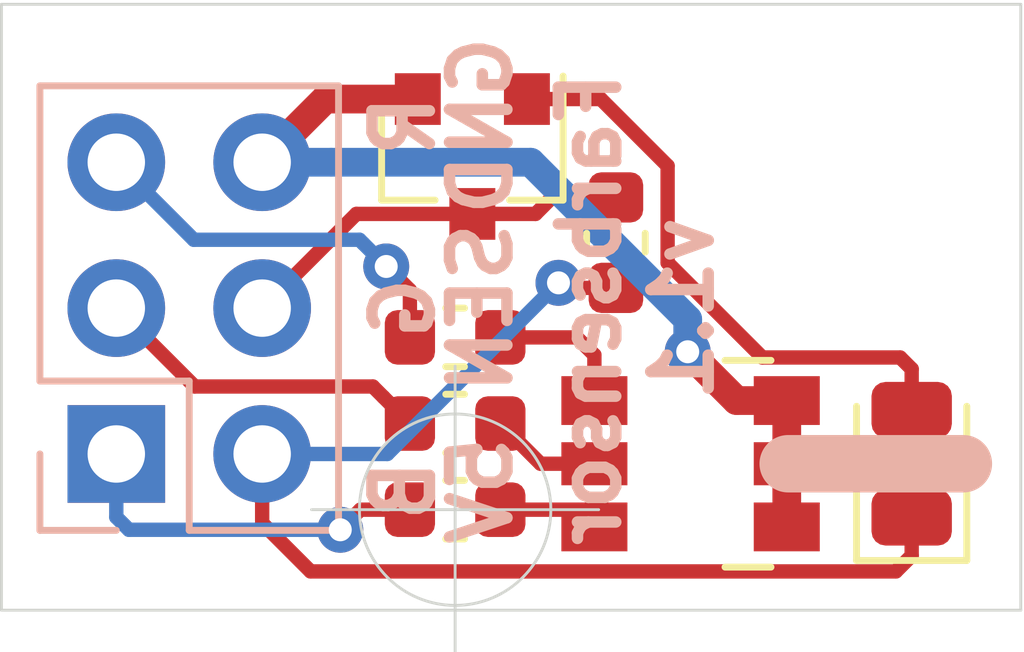
<source format=kicad_pcb>
(kicad_pcb (version 20171130) (host pcbnew 5.1.4-e60b266~84~ubuntu18.04.1)

  (general
    (thickness 1.6)
    (drawings 13)
    (tracks 59)
    (zones 0)
    (modules 9)
    (nets 11)
  )

  (page A4)
  (layers
    (0 F.Cu signal)
    (31 B.Cu signal)
    (32 B.Adhes user)
    (33 F.Adhes user)
    (34 B.Paste user hide)
    (35 F.Paste user hide)
    (36 B.SilkS user)
    (37 F.SilkS user)
    (38 B.Mask user)
    (39 F.Mask user)
    (40 Dwgs.User user hide)
    (41 Cmts.User user hide)
    (42 Eco1.User user hide)
    (43 Eco2.User user hide)
    (44 Edge.Cuts user)
    (45 Margin user hide)
    (46 B.CrtYd user hide)
    (47 F.CrtYd user hide)
    (48 B.Fab user hide)
    (49 F.Fab user hide)
  )

  (setup
    (last_trace_width 0.25)
    (user_trace_width 0.5)
    (trace_clearance 0.2)
    (zone_clearance 0.508)
    (zone_45_only no)
    (trace_min 0.2)
    (via_size 0.8)
    (via_drill 0.4)
    (via_min_size 0.4)
    (via_min_drill 0.3)
    (uvia_size 0.3)
    (uvia_drill 0.1)
    (uvias_allowed no)
    (uvia_min_size 0.2)
    (uvia_min_drill 0.1)
    (edge_width 0.05)
    (segment_width 0.2)
    (pcb_text_width 0.3)
    (pcb_text_size 1.5 1.5)
    (mod_edge_width 0.12)
    (mod_text_size 1 1)
    (mod_text_width 0.15)
    (pad_size 1.524 1.524)
    (pad_drill 0.762)
    (pad_to_mask_clearance 0.051)
    (solder_mask_min_width 0.25)
    (aux_axis_origin 0 0)
    (grid_origin 99 89.5)
    (visible_elements FFFFFF7F)
    (pcbplotparams
      (layerselection 0x010fc_ffffffff)
      (usegerberextensions false)
      (usegerberattributes false)
      (usegerberadvancedattributes true)
      (creategerberjobfile false)
      (excludeedgelayer false)
      (linewidth 0.150000)
      (plotframeref false)
      (viasonmask false)
      (mode 1)
      (useauxorigin false)
      (hpglpennumber 1)
      (hpglpenspeed 20)
      (hpglpendiameter 15.000000)
      (psnegative false)
      (psa4output false)
      (plotreference true)
      (plotvalue true)
      (plotinvisibletext false)
      (padsonsilk false)
      (subtractmaskfromsilk false)
      (outputformat 1)
      (mirror false)
      (drillshape 0)
      (scaleselection 1)
      (outputdirectory "plots/"))
  )

  (net 0 "")
  (net 1 +5V)
  (net 2 "Net-(D1-Pad2)")
  (net 3 GND)
  (net 4 /LED_B)
  (net 5 /LED_G)
  (net 6 /LED_R)
  (net 7 /SEN)
  (net 8 /R)
  (net 9 /G)
  (net 10 /B)

  (net_class Default "This is the default net class."
    (clearance 0.2)
    (trace_width 0.25)
    (via_dia 0.8)
    (via_drill 0.4)
    (uvia_dia 0.3)
    (uvia_drill 0.1)
    (add_net +5V)
    (add_net /B)
    (add_net /G)
    (add_net /LED_B)
    (add_net /LED_G)
    (add_net /LED_R)
    (add_net /R)
    (add_net /SEN)
    (add_net GND)
    (add_net "Net-(D1-Pad2)")
  )

  (module Bauteile:LED_NSSM124D_4.5x3.05mm (layer F.Cu) (tedit 5D7B5F46) (tstamp 5D5F00CA)
    (at 109 94.75 180)
    (path /5D5EDB66)
    (fp_text reference D2 (at -0.05 -0.1) (layer F.Fab)
      (effects (font (size 1 1) (thickness 0.15)))
    )
    (fp_text value NSSM124DT (at 0 -3.2) (layer F.Fab)
      (effects (font (size 1 1) (thickness 0.15)))
    )
    (fp_line (start 1.4 -1.5) (end -1.4 -1.5) (layer F.Fab) (width 0.12))
    (fp_line (start 1.4 1.5) (end 1.4 -1.5) (layer F.Fab) (width 0.12))
    (fp_line (start -1.4 1.5) (end 1.4 1.5) (layer F.Fab) (width 0.12))
    (fp_line (start -1.4 -1.5) (end -1.4 1.5) (layer F.Fab) (width 0.12))
    (fp_line (start -0.6 -1.8) (end -1.4 -1.8) (layer F.SilkS) (width 0.12))
    (fp_line (start -0.6 1.8) (end -1.4 1.8) (layer F.SilkS) (width 0.12))
    (pad 4 smd rect (at 1.675 1.1 180) (size 1.15 0.85) (layers F.Cu F.Paste F.Mask)
      (net 8 /R))
    (pad 3 smd rect (at -1.675 1.1 180) (size 1.15 0.85) (layers F.Cu F.Paste F.Mask)
      (net 3 GND))
    (pad 5 smd rect (at 1.675 0 180) (size 1.15 0.75) (layers F.Cu F.Paste F.Mask)
      (net 9 /G))
    (pad 2 smd rect (at -1.675 0 180) (size 1.15 0.75) (layers F.Cu F.Paste F.Mask)
      (net 3 GND))
    (pad 6 smd rect (at 1.675 -1.1 180) (size 1.15 0.85) (layers F.Cu F.Paste F.Mask)
      (net 10 /B))
    (pad 1 smd rect (at -1.675 -1.1 180) (size 1.15 0.85) (layers F.Cu F.Paste F.Mask)
      (net 3 GND))
  )

  (module MountingHole:MountingHole_3.2mm_M3_DIN965 (layer F.Cu) (tedit 56D1B4CB) (tstamp 5D5F20A3)
    (at 111.75 89.75)
    (descr "Mounting Hole 3.2mm, no annular, M3, DIN965")
    (tags "mounting hole 3.2mm no annular m3 din965")
    (path /5D613DF0)
    (attr virtual)
    (fp_text reference H1 (at 0 -3.8) (layer F.SilkS) hide
      (effects (font (size 1 1) (thickness 0.15)))
    )
    (fp_text value MountingHole (at 0 -1.85) (layer F.Fab)
      (effects (font (size 1 1) (thickness 0.15)))
    )
    (fp_circle (center 0 0) (end 3.05 0) (layer F.CrtYd) (width 0.05))
    (fp_circle (center 0 0) (end 2.8 0) (layer Cmts.User) (width 0.15))
    (fp_text user %R (at 0.3 0) (layer F.Fab)
      (effects (font (size 1 1) (thickness 0.15)))
    )
    (pad 1 np_thru_hole circle (at 0 0) (size 3.2 3.2) (drill 3.2) (layers *.Cu *.Mask))
  )

  (module Connector_PinHeader_2.54mm:PinHeader_2x03_P2.54mm_Vertical (layer B.Cu) (tedit 59FED5CC) (tstamp 5D5F0C16)
    (at 99 94.58)
    (descr "Through hole straight pin header, 2x03, 2.54mm pitch, double rows")
    (tags "Through hole pin header THT 2x03 2.54mm double row")
    (path /5D6010EC)
    (fp_text reference J1 (at 1.27 2.33) (layer B.SilkS) hide
      (effects (font (size 1 1) (thickness 0.15)) (justify mirror))
    )
    (fp_text value Conn_02x03_Odd_Even (at -3.5 -0.25 -90) (layer B.Fab)
      (effects (font (size 1 1) (thickness 0.15)) (justify mirror))
    )
    (fp_text user %R (at 1.27 -2.54 -90) (layer B.Fab)
      (effects (font (size 1 1) (thickness 0.15)) (justify mirror))
    )
    (fp_line (start 4.35 1.8) (end -1.8 1.8) (layer B.CrtYd) (width 0.05))
    (fp_line (start 4.35 -6.85) (end 4.35 1.8) (layer B.CrtYd) (width 0.05))
    (fp_line (start -1.8 -6.85) (end 4.35 -6.85) (layer B.CrtYd) (width 0.05))
    (fp_line (start -1.8 1.8) (end -1.8 -6.85) (layer B.CrtYd) (width 0.05))
    (fp_line (start -1.33 1.33) (end 0 1.33) (layer B.SilkS) (width 0.12))
    (fp_line (start -1.33 0) (end -1.33 1.33) (layer B.SilkS) (width 0.12))
    (fp_line (start 1.27 1.33) (end 3.87 1.33) (layer B.SilkS) (width 0.12))
    (fp_line (start 1.27 -1.27) (end 1.27 1.33) (layer B.SilkS) (width 0.12))
    (fp_line (start -1.33 -1.27) (end 1.27 -1.27) (layer B.SilkS) (width 0.12))
    (fp_line (start 3.87 1.33) (end 3.87 -6.41) (layer B.SilkS) (width 0.12))
    (fp_line (start -1.33 -1.27) (end -1.33 -6.41) (layer B.SilkS) (width 0.12))
    (fp_line (start -1.33 -6.41) (end 3.87 -6.41) (layer B.SilkS) (width 0.12))
    (fp_line (start -1.27 0) (end 0 1.27) (layer B.Fab) (width 0.1))
    (fp_line (start -1.27 -6.35) (end -1.27 0) (layer B.Fab) (width 0.1))
    (fp_line (start 3.81 -6.35) (end -1.27 -6.35) (layer B.Fab) (width 0.1))
    (fp_line (start 3.81 1.27) (end 3.81 -6.35) (layer B.Fab) (width 0.1))
    (fp_line (start 0 1.27) (end 3.81 1.27) (layer B.Fab) (width 0.1))
    (pad 6 thru_hole oval (at 2.54 -5.08) (size 1.7 1.7) (drill 1) (layers *.Cu *.Mask)
      (net 3 GND))
    (pad 5 thru_hole oval (at 0 -5.08) (size 1.7 1.7) (drill 1) (layers *.Cu *.Mask)
      (net 6 /LED_R))
    (pad 4 thru_hole oval (at 2.54 -2.54) (size 1.7 1.7) (drill 1) (layers *.Cu *.Mask)
      (net 7 /SEN))
    (pad 3 thru_hole oval (at 0 -2.54) (size 1.7 1.7) (drill 1) (layers *.Cu *.Mask)
      (net 5 /LED_G))
    (pad 2 thru_hole oval (at 2.54 0) (size 1.7 1.7) (drill 1) (layers *.Cu *.Mask)
      (net 1 +5V))
    (pad 1 thru_hole rect (at 0 0) (size 1.7 1.7) (drill 1) (layers *.Cu *.Mask)
      (net 4 /LED_B))
    (model ${KISYS3DMOD}/Connector_PinHeader_2.54mm.3dshapes/PinHeader_2x03_P2.54mm_Vertical.wrl
      (at (xyz 0 0 0))
      (scale (xyz 1 1 1))
      (rotate (xyz 0 0 0))
    )
  )

  (module Resistor_SMD:R_0603_1608Metric (layer F.Cu) (tedit 5B301BBD) (tstamp 5D5F0383)
    (at 104.9 92.55)
    (descr "Resistor SMD 0603 (1608 Metric), square (rectangular) end terminal, IPC_7351 nominal, (Body size source: http://www.tortai-tech.com/upload/download/2011102023233369053.pdf), generated with kicad-footprint-generator")
    (tags resistor)
    (path /5D5FA600)
    (attr smd)
    (fp_text reference R4 (at 0 -1.43) (layer F.SilkS) hide
      (effects (font (size 1 1) (thickness 0.15)))
    )
    (fp_text value 100 (at 0 1.43) (layer F.Fab)
      (effects (font (size 1 1) (thickness 0.15)))
    )
    (fp_text user %R (at 0 0) (layer F.Fab)
      (effects (font (size 0.4 0.4) (thickness 0.06)))
    )
    (fp_line (start 1.48 0.73) (end -1.48 0.73) (layer F.CrtYd) (width 0.05))
    (fp_line (start 1.48 -0.73) (end 1.48 0.73) (layer F.CrtYd) (width 0.05))
    (fp_line (start -1.48 -0.73) (end 1.48 -0.73) (layer F.CrtYd) (width 0.05))
    (fp_line (start -1.48 0.73) (end -1.48 -0.73) (layer F.CrtYd) (width 0.05))
    (fp_line (start -0.162779 0.51) (end 0.162779 0.51) (layer F.SilkS) (width 0.12))
    (fp_line (start -0.162779 -0.51) (end 0.162779 -0.51) (layer F.SilkS) (width 0.12))
    (fp_line (start 0.8 0.4) (end -0.8 0.4) (layer F.Fab) (width 0.1))
    (fp_line (start 0.8 -0.4) (end 0.8 0.4) (layer F.Fab) (width 0.1))
    (fp_line (start -0.8 -0.4) (end 0.8 -0.4) (layer F.Fab) (width 0.1))
    (fp_line (start -0.8 0.4) (end -0.8 -0.4) (layer F.Fab) (width 0.1))
    (pad 2 smd roundrect (at 0.7875 0) (size 0.875 0.95) (layers F.Cu F.Paste F.Mask) (roundrect_rratio 0.25)
      (net 8 /R))
    (pad 1 smd roundrect (at -0.7875 0) (size 0.875 0.95) (layers F.Cu F.Paste F.Mask) (roundrect_rratio 0.25)
      (net 6 /LED_R))
    (model ${KISYS3DMOD}/Resistor_SMD.3dshapes/R_0603_1608Metric.wrl
      (at (xyz 0 0 0))
      (scale (xyz 1 1 1))
      (rotate (xyz 0 0 0))
    )
  )

  (module Resistor_SMD:R_0603_1608Metric (layer F.Cu) (tedit 5B301BBD) (tstamp 5D5F0372)
    (at 104.9 94.05)
    (descr "Resistor SMD 0603 (1608 Metric), square (rectangular) end terminal, IPC_7351 nominal, (Body size source: http://www.tortai-tech.com/upload/download/2011102023233369053.pdf), generated with kicad-footprint-generator")
    (tags resistor)
    (path /5D5FA390)
    (attr smd)
    (fp_text reference R3 (at 0 -1.43) (layer F.SilkS) hide
      (effects (font (size 1 1) (thickness 0.15)))
    )
    (fp_text value 100 (at 0 1.43) (layer F.Fab)
      (effects (font (size 1 1) (thickness 0.15)))
    )
    (fp_text user %R (at 0 0) (layer F.Fab)
      (effects (font (size 0.4 0.4) (thickness 0.06)))
    )
    (fp_line (start 1.48 0.73) (end -1.48 0.73) (layer F.CrtYd) (width 0.05))
    (fp_line (start 1.48 -0.73) (end 1.48 0.73) (layer F.CrtYd) (width 0.05))
    (fp_line (start -1.48 -0.73) (end 1.48 -0.73) (layer F.CrtYd) (width 0.05))
    (fp_line (start -1.48 0.73) (end -1.48 -0.73) (layer F.CrtYd) (width 0.05))
    (fp_line (start -0.162779 0.51) (end 0.162779 0.51) (layer F.SilkS) (width 0.12))
    (fp_line (start -0.162779 -0.51) (end 0.162779 -0.51) (layer F.SilkS) (width 0.12))
    (fp_line (start 0.8 0.4) (end -0.8 0.4) (layer F.Fab) (width 0.1))
    (fp_line (start 0.8 -0.4) (end 0.8 0.4) (layer F.Fab) (width 0.1))
    (fp_line (start -0.8 -0.4) (end 0.8 -0.4) (layer F.Fab) (width 0.1))
    (fp_line (start -0.8 0.4) (end -0.8 -0.4) (layer F.Fab) (width 0.1))
    (pad 2 smd roundrect (at 0.7875 0) (size 0.875 0.95) (layers F.Cu F.Paste F.Mask) (roundrect_rratio 0.25)
      (net 9 /G))
    (pad 1 smd roundrect (at -0.7875 0) (size 0.875 0.95) (layers F.Cu F.Paste F.Mask) (roundrect_rratio 0.25)
      (net 5 /LED_G))
    (model ${KISYS3DMOD}/Resistor_SMD.3dshapes/R_0603_1608Metric.wrl
      (at (xyz 0 0 0))
      (scale (xyz 1 1 1))
      (rotate (xyz 0 0 0))
    )
  )

  (module Resistor_SMD:R_0603_1608Metric (layer F.Cu) (tedit 5B301BBD) (tstamp 5D5F0361)
    (at 104.9 95.55)
    (descr "Resistor SMD 0603 (1608 Metric), square (rectangular) end terminal, IPC_7351 nominal, (Body size source: http://www.tortai-tech.com/upload/download/2011102023233369053.pdf), generated with kicad-footprint-generator")
    (tags resistor)
    (path /5D5FA0B1)
    (attr smd)
    (fp_text reference R2 (at 0 -1.43) (layer F.SilkS) hide
      (effects (font (size 1 1) (thickness 0.15)))
    )
    (fp_text value 147 (at 0 1.43) (layer F.Fab)
      (effects (font (size 1 1) (thickness 0.15)))
    )
    (fp_text user %R (at 0 0) (layer F.Fab)
      (effects (font (size 0.4 0.4) (thickness 0.06)))
    )
    (fp_line (start 1.48 0.73) (end -1.48 0.73) (layer F.CrtYd) (width 0.05))
    (fp_line (start 1.48 -0.73) (end 1.48 0.73) (layer F.CrtYd) (width 0.05))
    (fp_line (start -1.48 -0.73) (end 1.48 -0.73) (layer F.CrtYd) (width 0.05))
    (fp_line (start -1.48 0.73) (end -1.48 -0.73) (layer F.CrtYd) (width 0.05))
    (fp_line (start -0.162779 0.51) (end 0.162779 0.51) (layer F.SilkS) (width 0.12))
    (fp_line (start -0.162779 -0.51) (end 0.162779 -0.51) (layer F.SilkS) (width 0.12))
    (fp_line (start 0.8 0.4) (end -0.8 0.4) (layer F.Fab) (width 0.1))
    (fp_line (start 0.8 -0.4) (end 0.8 0.4) (layer F.Fab) (width 0.1))
    (fp_line (start -0.8 -0.4) (end 0.8 -0.4) (layer F.Fab) (width 0.1))
    (fp_line (start -0.8 0.4) (end -0.8 -0.4) (layer F.Fab) (width 0.1))
    (pad 2 smd roundrect (at 0.7875 0) (size 0.875 0.95) (layers F.Cu F.Paste F.Mask) (roundrect_rratio 0.25)
      (net 10 /B))
    (pad 1 smd roundrect (at -0.7875 0) (size 0.875 0.95) (layers F.Cu F.Paste F.Mask) (roundrect_rratio 0.25)
      (net 4 /LED_B))
    (model ${KISYS3DMOD}/Resistor_SMD.3dshapes/R_0603_1608Metric.wrl
      (at (xyz 0 0 0))
      (scale (xyz 1 1 1))
      (rotate (xyz 0 0 0))
    )
  )

  (module Diode_SMD:D_0805_2012Metric (layer F.Cu) (tedit 5B36C52B) (tstamp 5D5F00BF)
    (at 112.85 94.75 90)
    (descr "Diode SMD 0805 (2012 Metric), square (rectangular) end terminal, IPC_7351 nominal, (Body size source: https://docs.google.com/spreadsheets/d/1BsfQQcO9C6DZCsRaXUlFlo91Tg2WpOkGARC1WS5S8t0/edit?usp=sharing), generated with kicad-footprint-generator")
    (tags diode)
    (path /5D5F5128)
    (attr smd)
    (fp_text reference D1 (at 0 -1.65 90) (layer F.SilkS) hide
      (effects (font (size 1 1) (thickness 0.15)))
    )
    (fp_text value SFH2711 (at -0.05 1.85 90) (layer F.Fab)
      (effects (font (size 1 1) (thickness 0.15)))
    )
    (fp_line (start 1 -0.6) (end -0.7 -0.6) (layer F.Fab) (width 0.1))
    (fp_line (start -0.7 -0.6) (end -1 -0.3) (layer F.Fab) (width 0.1))
    (fp_line (start -1 -0.3) (end -1 0.6) (layer F.Fab) (width 0.1))
    (fp_line (start -1 0.6) (end 1 0.6) (layer F.Fab) (width 0.1))
    (fp_line (start 1 0.6) (end 1 -0.6) (layer F.Fab) (width 0.1))
    (fp_line (start 1 -0.96) (end -1.685 -0.96) (layer F.SilkS) (width 0.12))
    (fp_line (start -1.685 -0.96) (end -1.685 0.96) (layer F.SilkS) (width 0.12))
    (fp_line (start -1.685 0.96) (end 1 0.96) (layer F.SilkS) (width 0.12))
    (fp_line (start -1.68 0.95) (end -1.68 -0.95) (layer F.CrtYd) (width 0.05))
    (fp_line (start -1.68 -0.95) (end 1.68 -0.95) (layer F.CrtYd) (width 0.05))
    (fp_line (start 1.68 -0.95) (end 1.68 0.95) (layer F.CrtYd) (width 0.05))
    (fp_line (start 1.68 0.95) (end -1.68 0.95) (layer F.CrtYd) (width 0.05))
    (fp_text user %R (at 0 0 90) (layer F.Fab)
      (effects (font (size 0.5 0.5) (thickness 0.08)))
    )
    (pad 1 smd roundrect (at -0.9375 0 90) (size 0.975 1.4) (layers F.Cu F.Paste F.Mask) (roundrect_rratio 0.25)
      (net 1 +5V))
    (pad 2 smd roundrect (at 0.9375 0 90) (size 0.975 1.4) (layers F.Cu F.Paste F.Mask) (roundrect_rratio 0.25)
      (net 2 "Net-(D1-Pad2)"))
    (model ${KISYS3DMOD}/Diode_SMD.3dshapes/D_0805_2012Metric.wrl
      (at (xyz 0 0 0))
      (scale (xyz 1 1 1))
      (rotate (xyz 0 0 0))
    )
  )

  (module Package_TO_SOT_SMD:SOT-23 (layer F.Cu) (tedit 5A02FF57) (tstamp 5D5F00F9)
    (at 105.2 89.4 270)
    (descr "SOT-23, Standard")
    (tags SOT-23)
    (path /5D5E9178)
    (attr smd)
    (fp_text reference Q1 (at 0 -2.5 180) (layer F.SilkS) hide
      (effects (font (size 1 1) (thickness 0.15)))
    )
    (fp_text value BCW32 (at 0 2.5 90) (layer F.Fab)
      (effects (font (size 1 1) (thickness 0.15)))
    )
    (fp_text user %R (at 0 0) (layer F.Fab)
      (effects (font (size 0.5 0.5) (thickness 0.075)))
    )
    (fp_line (start -0.7 -0.95) (end -0.7 1.5) (layer F.Fab) (width 0.1))
    (fp_line (start -0.15 -1.52) (end 0.7 -1.52) (layer F.Fab) (width 0.1))
    (fp_line (start -0.7 -0.95) (end -0.15 -1.52) (layer F.Fab) (width 0.1))
    (fp_line (start 0.7 -1.52) (end 0.7 1.52) (layer F.Fab) (width 0.1))
    (fp_line (start -0.7 1.52) (end 0.7 1.52) (layer F.Fab) (width 0.1))
    (fp_line (start 0.76 1.58) (end 0.76 0.65) (layer F.SilkS) (width 0.12))
    (fp_line (start 0.76 -1.58) (end 0.76 -0.65) (layer F.SilkS) (width 0.12))
    (fp_line (start -1.7 -1.75) (end 1.7 -1.75) (layer F.CrtYd) (width 0.05))
    (fp_line (start 1.7 -1.75) (end 1.7 1.75) (layer F.CrtYd) (width 0.05))
    (fp_line (start 1.7 1.75) (end -1.7 1.75) (layer F.CrtYd) (width 0.05))
    (fp_line (start -1.7 1.75) (end -1.7 -1.75) (layer F.CrtYd) (width 0.05))
    (fp_line (start 0.76 -1.58) (end -1.4 -1.58) (layer F.SilkS) (width 0.12))
    (fp_line (start 0.76 1.58) (end -0.7 1.58) (layer F.SilkS) (width 0.12))
    (pad 1 smd rect (at -1 -0.95 270) (size 0.9 0.8) (layers F.Cu F.Paste F.Mask)
      (net 2 "Net-(D1-Pad2)"))
    (pad 2 smd rect (at -1 0.95 270) (size 0.9 0.8) (layers F.Cu F.Paste F.Mask)
      (net 3 GND))
    (pad 3 smd rect (at 1 0 270) (size 0.9 0.8) (layers F.Cu F.Paste F.Mask)
      (net 7 /SEN))
    (model ${KISYS3DMOD}/Package_TO_SOT_SMD.3dshapes/SOT-23.wrl
      (at (xyz 0 0 0))
      (scale (xyz 1 1 1))
      (rotate (xyz 0 0 0))
    )
  )

  (module Resistor_SMD:R_0603_1608Metric (layer F.Cu) (tedit 5B301BBD) (tstamp 5D5F010A)
    (at 107.7 90.9 90)
    (descr "Resistor SMD 0603 (1608 Metric), square (rectangular) end terminal, IPC_7351 nominal, (Body size source: http://www.tortai-tech.com/upload/download/2011102023233369053.pdf), generated with kicad-footprint-generator")
    (tags resistor)
    (path /5D5F9BEE)
    (attr smd)
    (fp_text reference R1 (at 0 -1.43 90) (layer F.SilkS) hide
      (effects (font (size 1 1) (thickness 0.15)))
    )
    (fp_text value 100k (at 0 1.43 90) (layer F.Fab)
      (effects (font (size 1 1) (thickness 0.15)))
    )
    (fp_line (start -0.8 0.4) (end -0.8 -0.4) (layer F.Fab) (width 0.1))
    (fp_line (start -0.8 -0.4) (end 0.8 -0.4) (layer F.Fab) (width 0.1))
    (fp_line (start 0.8 -0.4) (end 0.8 0.4) (layer F.Fab) (width 0.1))
    (fp_line (start 0.8 0.4) (end -0.8 0.4) (layer F.Fab) (width 0.1))
    (fp_line (start -0.162779 -0.51) (end 0.162779 -0.51) (layer F.SilkS) (width 0.12))
    (fp_line (start -0.162779 0.51) (end 0.162779 0.51) (layer F.SilkS) (width 0.12))
    (fp_line (start -1.48 0.73) (end -1.48 -0.73) (layer F.CrtYd) (width 0.05))
    (fp_line (start -1.48 -0.73) (end 1.48 -0.73) (layer F.CrtYd) (width 0.05))
    (fp_line (start 1.48 -0.73) (end 1.48 0.73) (layer F.CrtYd) (width 0.05))
    (fp_line (start 1.48 0.73) (end -1.48 0.73) (layer F.CrtYd) (width 0.05))
    (fp_text user %R (at 0 0 270) (layer F.Fab)
      (effects (font (size 0.4 0.4) (thickness 0.06)))
    )
    (pad 1 smd roundrect (at -0.7875 0 90) (size 0.875 0.95) (layers F.Cu F.Paste F.Mask) (roundrect_rratio 0.25)
      (net 1 +5V))
    (pad 2 smd roundrect (at 0.7875 0 90) (size 0.875 0.95) (layers F.Cu F.Paste F.Mask) (roundrect_rratio 0.25)
      (net 7 /SEN))
    (model ${KISYS3DMOD}/Resistor_SMD.3dshapes/R_0603_1608Metric.wrl
      (at (xyz 0 0 0))
      (scale (xyz 1 1 1))
      (rotate (xyz 0 0 0))
    )
  )

  (gr_line (start 113.75 94.75) (end 110.7 94.75) (layer B.SilkS) (width 1))
  (target plus (at 104.9 95.55) (size 5) (width 0.05) (layer Edge.Cuts))
  (gr_text "Farbsensor\nv1.1" (at 108.05 92.05 90) (layer B.SilkS)
    (effects (font (size 1 1) (thickness 0.2)) (justify mirror))
  )
  (gr_text SEN (at 105.35 92.04 90) (layer B.SilkS) (tstamp 5D5F32C5)
    (effects (font (size 1 1) (thickness 0.2)) (justify mirror))
  )
  (gr_text "5V\n" (at 105.35 95.215 90) (layer B.SilkS) (tstamp 5D5F32C2)
    (effects (font (size 1 1) (thickness 0.2)) (justify mirror))
  )
  (gr_text B (at 104 95.215 90) (layer B.SilkS) (tstamp 5D5F32BD)
    (effects (font (size 1 1) (thickness 0.2)) (justify mirror))
  )
  (gr_text G (at 104 92.04 90) (layer B.SilkS) (tstamp 5D5F32B4)
    (effects (font (size 1 1) (thickness 0.2)) (justify mirror))
  )
  (gr_text R (at 104 88.865 90) (layer B.SilkS) (tstamp 5D5F3288)
    (effects (font (size 1 1) (thickness 0.2)) (justify mirror))
  )
  (gr_text GND (at 105.35 88.865 90) (layer B.SilkS)
    (effects (font (size 1 1) (thickness 0.2)) (justify mirror))
  )
  (gr_line (start 114.75 97.3) (end 114.75 86.75) (layer Edge.Cuts) (width 0.05))
  (gr_line (start 97 97.3) (end 114.75 97.3) (layer Edge.Cuts) (width 0.05))
  (gr_line (start 97 86.75) (end 97 97.3) (layer Edge.Cuts) (width 0.05))
  (gr_line (start 114.75 86.75) (end 97 86.75) (layer Edge.Cuts) (width 0.05) (tstamp 5D5F2638))

  (segment (start 101.54 94.58) (end 101.58 94.58) (width 0.25) (layer B.Cu) (net 1))
  (segment (start 112.85 96.35) (end 112.85 95.6875) (width 0.25) (layer F.Cu) (net 1))
  (segment (start 112.574999 96.625001) (end 112.85 96.35) (width 0.25) (layer F.Cu) (net 1))
  (segment (start 102.38292 96.625001) (end 112.574999 96.625001) (width 0.25) (layer F.Cu) (net 1))
  (segment (start 101.54 94.58) (end 101.54 95.782081) (width 0.25) (layer F.Cu) (net 1))
  (segment (start 101.54 95.782081) (end 102.38292 96.625001) (width 0.25) (layer F.Cu) (net 1))
  (via (at 106.7 91.6) (size 0.8) (drill 0.4) (layers F.Cu B.Cu) (net 1))
  (segment (start 107.7 91.6875) (end 106.7875 91.6875) (width 0.25) (layer F.Cu) (net 1))
  (segment (start 106.7875 91.6875) (end 106.7 91.6) (width 0.25) (layer F.Cu) (net 1))
  (segment (start 103.72 94.58) (end 101.54 94.58) (width 0.25) (layer B.Cu) (net 1))
  (segment (start 106.7 91.6) (end 103.72 94.58) (width 0.25) (layer B.Cu) (net 1))
  (segment (start 112.85 93.1) (end 112.85 93.8125) (width 0.25) (layer F.Cu) (net 2))
  (segment (start 106.15 88.4) (end 107.4375 88.4) (width 0.25) (layer F.Cu) (net 2))
  (segment (start 108.6 91.25) (end 110.25 92.9) (width 0.25) (layer F.Cu) (net 2))
  (segment (start 107.4375 88.4) (end 108.6 89.5625) (width 0.25) (layer F.Cu) (net 2))
  (segment (start 108.6 89.5625) (end 108.6 91.25) (width 0.25) (layer F.Cu) (net 2))
  (segment (start 110.25 92.9) (end 112.65 92.9) (width 0.25) (layer F.Cu) (net 2))
  (segment (start 112.65 92.9) (end 112.85 93.1) (width 0.25) (layer F.Cu) (net 2))
  (segment (start 110.675 93.65) (end 110.675 95.85) (width 0.5) (layer F.Cu) (net 3))
  (segment (start 102.64 88.4) (end 101.54 89.5) (width 0.5) (layer F.Cu) (net 3))
  (segment (start 104.25 88.4) (end 102.64 88.4) (width 0.5) (layer F.Cu) (net 3))
  (via (at 108.95 92.8) (size 0.8) (drill 0.4) (layers F.Cu B.Cu) (net 3))
  (segment (start 109.8 93.65) (end 110.675 93.65) (width 0.5) (layer F.Cu) (net 3))
  (segment (start 108.95 92.8) (end 109.8 93.65) (width 0.5) (layer F.Cu) (net 3))
  (segment (start 106.215685 89.5) (end 102.742081 89.5) (width 0.5) (layer B.Cu) (net 3))
  (segment (start 108.95 92.234315) (end 106.215685 89.5) (width 0.5) (layer B.Cu) (net 3))
  (segment (start 102.742081 89.5) (end 101.54 89.5) (width 0.5) (layer B.Cu) (net 3))
  (segment (start 108.95 92.8) (end 108.95 92.234315) (width 0.5) (layer B.Cu) (net 3))
  (via (at 102.9 95.9) (size 0.8) (drill 0.4) (layers F.Cu B.Cu) (net 4))
  (segment (start 104.1125 95.55) (end 103.25 95.55) (width 0.25) (layer F.Cu) (net 4))
  (segment (start 103.25 95.55) (end 102.9 95.9) (width 0.25) (layer F.Cu) (net 4))
  (segment (start 99.22 95.9) (end 99 95.68) (width 0.25) (layer B.Cu) (net 4))
  (segment (start 99 95.68) (end 99 94.58) (width 0.25) (layer B.Cu) (net 4))
  (segment (start 102.9 95.9) (end 99.22 95.9) (width 0.25) (layer B.Cu) (net 4))
  (segment (start 103.650888 93.588388) (end 104.1125 94.05) (width 0.25) (layer F.Cu) (net 5))
  (segment (start 103.467499 93.404999) (end 103.650888 93.588388) (width 0.25) (layer F.Cu) (net 5))
  (segment (start 100.364999 93.404999) (end 103.467499 93.404999) (width 0.25) (layer F.Cu) (net 5))
  (segment (start 99 92.04) (end 100.364999 93.404999) (width 0.25) (layer F.Cu) (net 5))
  (segment (start 99 89.5) (end 100.350001 90.850001) (width 0.25) (layer B.Cu) (net 6))
  (segment (start 100.350001 90.850001) (end 103.235107 90.850001) (width 0.25) (layer B.Cu) (net 6))
  (via (at 103.700096 91.31499) (size 0.8) (drill 0.4) (layers F.Cu B.Cu) (net 6))
  (segment (start 104.1125 92.55) (end 104.1125 91.727394) (width 0.25) (layer F.Cu) (net 6))
  (segment (start 103.235107 90.850001) (end 103.300097 90.914991) (width 0.25) (layer B.Cu) (net 6))
  (segment (start 104.1125 91.727394) (end 104.100095 91.714989) (width 0.25) (layer F.Cu) (net 6))
  (segment (start 104.100095 91.714989) (end 103.700096 91.31499) (width 0.25) (layer F.Cu) (net 6))
  (segment (start 103.300097 90.914991) (end 103.700096 91.31499) (width 0.25) (layer B.Cu) (net 6))
  (segment (start 105.2125 90.3875) (end 105.2 90.4) (width 0.25) (layer F.Cu) (net 7))
  (segment (start 105.2 90.4) (end 106.3 90.4) (width 0.25) (layer F.Cu) (net 7))
  (segment (start 106.3 90.4) (end 106.5875 90.1125) (width 0.25) (layer F.Cu) (net 7))
  (segment (start 103.18 90.4) (end 105.2 90.4) (width 0.25) (layer F.Cu) (net 7))
  (segment (start 101.54 92.04) (end 103.18 90.4) (width 0.25) (layer F.Cu) (net 7))
  (segment (start 106.5875 90.1125) (end 107.7 90.1125) (width 0.25) (layer F.Cu) (net 7))
  (segment (start 107.325 92.85625) (end 107.325 93.65) (width 0.25) (layer F.Cu) (net 8))
  (segment (start 107.01875 92.55) (end 107.325 92.85625) (width 0.25) (layer F.Cu) (net 8))
  (segment (start 105.6875 92.55) (end 107.01875 92.55) (width 0.25) (layer F.Cu) (net 8))
  (segment (start 106.3875 94.75) (end 107.325 94.75) (width 0.25) (layer F.Cu) (net 9))
  (segment (start 105.6875 94.05) (end 106.3875 94.75) (width 0.25) (layer F.Cu) (net 9))
  (segment (start 107.025 95.55) (end 107.325 95.85) (width 0.25) (layer F.Cu) (net 10))
  (segment (start 105.6875 95.55) (end 107.025 95.55) (width 0.25) (layer F.Cu) (net 10))

)

</source>
